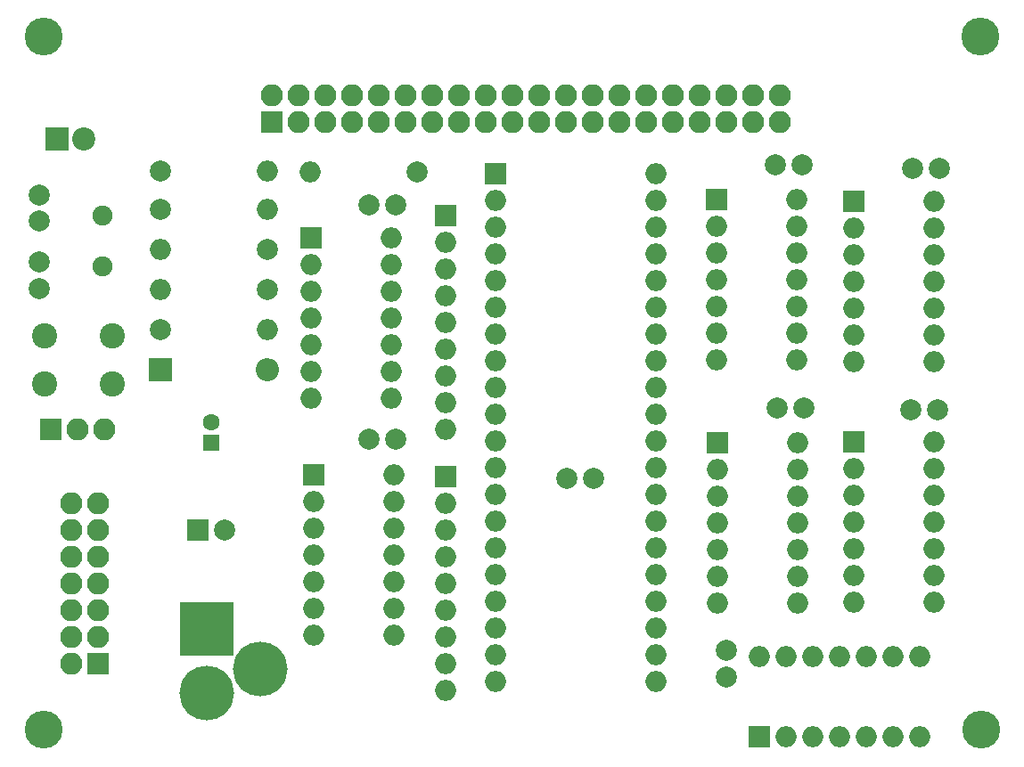
<source format=gbs>
G04 #@! TF.GenerationSoftware,KiCad,Pcbnew,(5.0.0-3-g5ebb6b6)*
G04 #@! TF.CreationDate,2019-09-07T17:46:32+09:00*
G04 #@! TF.ProjectId,Z80-CPUB,5A38302D435055422E6B696361645F70,rev?*
G04 #@! TF.SameCoordinates,Original*
G04 #@! TF.FileFunction,Soldermask,Bot*
G04 #@! TF.FilePolarity,Negative*
%FSLAX46Y46*%
G04 Gerber Fmt 4.6, Leading zero omitted, Abs format (unit mm)*
G04 Created by KiCad (PCBNEW (5.0.0-3-g5ebb6b6)) date *
%MOMM*%
%LPD*%
G01*
G04 APERTURE LIST*
%ADD10R,2.100000X2.100000*%
%ADD11O,2.100000X2.100000*%
%ADD12O,2.000000X2.000000*%
%ADD13R,2.000000X2.000000*%
%ADD14C,2.000000*%
%ADD15R,2.200000X2.200000*%
%ADD16O,2.200000X2.200000*%
%ADD17C,2.400000*%
%ADD18C,1.900000*%
%ADD19C,2.200000*%
%ADD20C,3.600000*%
%ADD21C,5.200600*%
%ADD22R,5.200600X5.200600*%
%ADD23R,1.600000X1.600000*%
%ADD24C,1.600000*%
G04 APERTURE END LIST*
D10*
G04 #@! TO.C,J3*
X74930000Y-121285000D03*
D11*
X72390000Y-121285000D03*
X74930000Y-118745000D03*
X72390000Y-118745000D03*
X74930000Y-116205000D03*
X72390000Y-116205000D03*
X74930000Y-113665000D03*
X72390000Y-113665000D03*
X74930000Y-111125000D03*
X72390000Y-111125000D03*
X74930000Y-108585000D03*
X72390000Y-108585000D03*
X74930000Y-106045000D03*
X72390000Y-106045000D03*
G04 #@! TD*
D12*
G04 #@! TO.C,RN1*
X107950000Y-99060000D03*
X107950000Y-96520000D03*
X107950000Y-93980000D03*
X107950000Y-91440000D03*
X107950000Y-88900000D03*
X107950000Y-86360000D03*
X107950000Y-83820000D03*
X107950000Y-81280000D03*
D13*
X107950000Y-78740000D03*
G04 #@! TD*
G04 #@! TO.C,RN2*
X107950000Y-103505000D03*
D12*
X107950000Y-106045000D03*
X107950000Y-108585000D03*
X107950000Y-111125000D03*
X107950000Y-113665000D03*
X107950000Y-116205000D03*
X107950000Y-118745000D03*
X107950000Y-121285000D03*
X107950000Y-123825000D03*
G04 #@! TD*
D14*
G04 #@! TO.C,C11*
X154722000Y-97175300D03*
X152222000Y-97175300D03*
G04 #@! TD*
G04 #@! TO.C,C12*
X134620000Y-120055000D03*
X134620000Y-122555000D03*
G04 #@! TD*
D12*
G04 #@! TO.C,U7*
X154381000Y-100223000D03*
X146761000Y-115463000D03*
X154381000Y-102763000D03*
X146761000Y-112923000D03*
X154381000Y-105303000D03*
X146761000Y-110383000D03*
X154381000Y-107843000D03*
X146761000Y-107843000D03*
X154381000Y-110383000D03*
X146761000Y-105303000D03*
X154381000Y-112923000D03*
X146761000Y-102763000D03*
X154381000Y-115463000D03*
D13*
X146761000Y-100223000D03*
G04 #@! TD*
G04 #@! TO.C,U8*
X137795000Y-128270000D03*
D12*
X153035000Y-120650000D03*
X140335000Y-128270000D03*
X150495000Y-120650000D03*
X142875000Y-128270000D03*
X147955000Y-120650000D03*
X145415000Y-128270000D03*
X145415000Y-120650000D03*
X147955000Y-128270000D03*
X142875000Y-120650000D03*
X150495000Y-128270000D03*
X140335000Y-120650000D03*
X153035000Y-128270000D03*
X137795000Y-120650000D03*
G04 #@! TD*
D10*
G04 #@! TO.C,S1*
X70485000Y-99060000D03*
D11*
X73025000Y-99060000D03*
X75565000Y-99060000D03*
G04 #@! TD*
D15*
G04 #@! TO.C,D1*
X80934600Y-93345000D03*
D16*
X91094600Y-93345000D03*
G04 #@! TD*
D17*
G04 #@! TO.C,SW1*
X69850000Y-94670000D03*
X69850000Y-90170000D03*
X76350000Y-94670000D03*
X76350000Y-90170000D03*
G04 #@! TD*
D14*
G04 #@! TO.C,C1*
X122032000Y-103698000D03*
X119532000Y-103698000D03*
G04 #@! TD*
G04 #@! TO.C,C3*
X103251000Y-77724000D03*
X100751000Y-77724000D03*
G04 #@! TD*
G04 #@! TO.C,C4*
X139486000Y-97028000D03*
X141986000Y-97028000D03*
G04 #@! TD*
G04 #@! TO.C,C5*
X103251000Y-99949000D03*
X100751000Y-99949000D03*
G04 #@! TD*
G04 #@! TO.C,C6*
X69354700Y-79246100D03*
X69354700Y-76746100D03*
G04 #@! TD*
G04 #@! TO.C,C7*
X69354700Y-85648800D03*
X69354700Y-83148800D03*
G04 #@! TD*
G04 #@! TO.C,C9*
X139359000Y-73914000D03*
X141859000Y-73914000D03*
G04 #@! TD*
G04 #@! TO.C,C10*
X154889000Y-74188300D03*
X152389000Y-74188300D03*
G04 #@! TD*
D10*
G04 #@! TO.C,J1*
X91440000Y-69850000D03*
D11*
X91440000Y-67310000D03*
X93980000Y-69850000D03*
X93980000Y-67310000D03*
X96520000Y-69850000D03*
X96520000Y-67310000D03*
X99060000Y-69850000D03*
X99060000Y-67310000D03*
X101600000Y-69850000D03*
X101600000Y-67310000D03*
X104140000Y-69850000D03*
X104140000Y-67310000D03*
X106680000Y-69850000D03*
X106680000Y-67310000D03*
X109220000Y-69850000D03*
X109220000Y-67310000D03*
X111760000Y-69850000D03*
X111760000Y-67310000D03*
X114300000Y-69850000D03*
X114300000Y-67310000D03*
X116840000Y-69850000D03*
X116840000Y-67310000D03*
X119380000Y-69850000D03*
X119380000Y-67310000D03*
X121920000Y-69850000D03*
X121920000Y-67310000D03*
X124460000Y-69850000D03*
X124460000Y-67310000D03*
X127000000Y-69850000D03*
X127000000Y-67310000D03*
X129540000Y-69850000D03*
X129540000Y-67310000D03*
X132080000Y-69850000D03*
X132080000Y-67310000D03*
X134620000Y-69850000D03*
X134620000Y-67310000D03*
X137160000Y-69850000D03*
X137160000Y-67310000D03*
X139700000Y-69850000D03*
X139700000Y-67310000D03*
G04 #@! TD*
D18*
G04 #@! TO.C,Y1*
X75425300Y-78663800D03*
X75425300Y-83543800D03*
G04 #@! TD*
D15*
G04 #@! TO.C,D2*
X71056500Y-71399400D03*
D19*
X73596500Y-71399400D03*
G04 #@! TD*
D20*
G04 #@! TO.C,M3*
X69800000Y-127575000D03*
G04 #@! TD*
G04 #@! TO.C,M2*
X158825000Y-61700000D03*
G04 #@! TD*
G04 #@! TO.C,M1*
X69775000Y-61700000D03*
G04 #@! TD*
G04 #@! TO.C,M4*
X158850000Y-127550000D03*
G04 #@! TD*
D13*
G04 #@! TO.C,U2*
X95427800Y-103327000D03*
D12*
X103047800Y-118567000D03*
X95427800Y-105867000D03*
X103047800Y-116027000D03*
X95427800Y-108407000D03*
X103047800Y-113487000D03*
X95427800Y-110947000D03*
X103047800Y-110947000D03*
X95427800Y-113487000D03*
X103047800Y-108407000D03*
X95427800Y-116027000D03*
X103047800Y-105867000D03*
X95427800Y-118567000D03*
X103047800Y-103327000D03*
G04 #@! TD*
G04 #@! TO.C,U3*
X102857300Y-80860900D03*
X95237300Y-96100900D03*
X102857300Y-83400900D03*
X95237300Y-93560900D03*
X102857300Y-85940900D03*
X95237300Y-91020900D03*
X102857300Y-88480900D03*
X95237300Y-88480900D03*
X102857300Y-91020900D03*
X95237300Y-85940900D03*
X102857300Y-93560900D03*
X95237300Y-83400900D03*
X102857300Y-96100900D03*
D13*
X95237300Y-80860900D03*
G04 #@! TD*
G04 #@! TO.C,U4*
X133794000Y-100317000D03*
D12*
X141414000Y-115557000D03*
X133794000Y-102857000D03*
X141414000Y-113017000D03*
X133794000Y-105397000D03*
X141414000Y-110477000D03*
X133794000Y-107937000D03*
X141414000Y-107937000D03*
X133794000Y-110477000D03*
X141414000Y-105397000D03*
X133794000Y-113017000D03*
X141414000Y-102857000D03*
X133794000Y-115557000D03*
X141414000Y-100317000D03*
G04 #@! TD*
G04 #@! TO.C,U5*
X141326000Y-77165200D03*
X133706000Y-92405200D03*
X141326000Y-79705200D03*
X133706000Y-89865200D03*
X141326000Y-82245200D03*
X133706000Y-87325200D03*
X141326000Y-84785200D03*
X133706000Y-84785200D03*
X141326000Y-87325200D03*
X133706000Y-82245200D03*
X141326000Y-89865200D03*
X133706000Y-79705200D03*
X141326000Y-92405200D03*
D13*
X133706000Y-77165200D03*
G04 #@! TD*
G04 #@! TO.C,U6*
X146761000Y-77325200D03*
D12*
X154381000Y-92565200D03*
X146761000Y-79865200D03*
X154381000Y-90025200D03*
X146761000Y-82405200D03*
X154381000Y-87485200D03*
X146761000Y-84945200D03*
X154381000Y-84945200D03*
X146761000Y-87485200D03*
X154381000Y-82405200D03*
X146761000Y-90025200D03*
X154381000Y-79865200D03*
X146761000Y-92565200D03*
X154381000Y-77325200D03*
G04 #@! TD*
D13*
G04 #@! TO.C,U1*
X112756000Y-74742000D03*
D12*
X127996000Y-123002000D03*
X112756000Y-77282000D03*
X127996000Y-120462000D03*
X112756000Y-79822000D03*
X127996000Y-117922000D03*
X112756000Y-82362000D03*
X127996000Y-115382000D03*
X112756000Y-84902000D03*
X127996000Y-112842000D03*
X112756000Y-87442000D03*
X127996000Y-110302000D03*
X112756000Y-89982000D03*
X127996000Y-107762000D03*
X112756000Y-92522000D03*
X127996000Y-105222000D03*
X112756000Y-95062000D03*
X127996000Y-102682000D03*
X112756000Y-97602000D03*
X127996000Y-100142000D03*
X112756000Y-100142000D03*
X127996000Y-97602000D03*
X112756000Y-102682000D03*
X127996000Y-95062000D03*
X112756000Y-105222000D03*
X127996000Y-92522000D03*
X112756000Y-107762000D03*
X127996000Y-89982000D03*
X112756000Y-110302000D03*
X127996000Y-87442000D03*
X112756000Y-112842000D03*
X127996000Y-84902000D03*
X112756000Y-115382000D03*
X127996000Y-82362000D03*
X112756000Y-117922000D03*
X127996000Y-79822000D03*
X112756000Y-120462000D03*
X127996000Y-77282000D03*
X112756000Y-123002000D03*
X127996000Y-74742000D03*
G04 #@! TD*
D14*
G04 #@! TO.C,R2*
X80934600Y-89535000D03*
D12*
X91094600Y-89535000D03*
G04 #@! TD*
G04 #@! TO.C,R1*
X91094600Y-78105000D03*
D14*
X80934600Y-78105000D03*
G04 #@! TD*
G04 #@! TO.C,R3*
X91094600Y-81915000D03*
D12*
X80934600Y-81915000D03*
G04 #@! TD*
G04 #@! TO.C,R4*
X80934600Y-85725000D03*
D14*
X91094600Y-85725000D03*
G04 #@! TD*
G04 #@! TO.C,R5*
X80883800Y-74508400D03*
D12*
X91043800Y-74508400D03*
G04 #@! TD*
D14*
G04 #@! TO.C,R7*
X105283000Y-74549000D03*
D12*
X95123000Y-74549000D03*
G04 #@! TD*
D21*
G04 #@! TO.C,J2*
X85308400Y-124074000D03*
D22*
X85308400Y-117978000D03*
D21*
X90388400Y-121788000D03*
G04 #@! TD*
D23*
G04 #@! TO.C,C2*
X85725000Y-100330000D03*
D24*
X85725000Y-98330000D03*
G04 #@! TD*
D13*
G04 #@! TO.C,C8*
X84455000Y-108585000D03*
D14*
X86955000Y-108585000D03*
G04 #@! TD*
M02*

</source>
